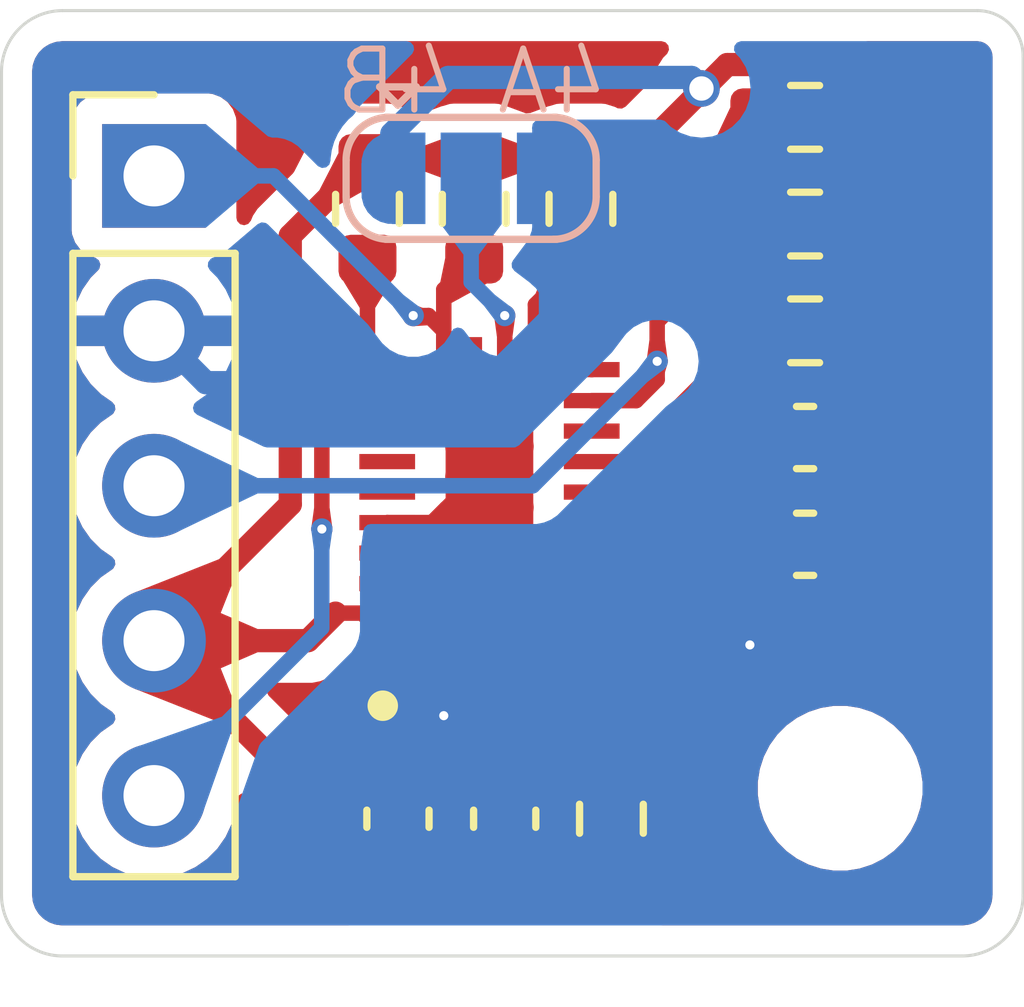
<source format=kicad_pcb>
(kicad_pcb (version 20240108) (generator "pcbnew") (generator_version "8.0")
  (layers (0 "F.Cu" signal) (31 "B.Cu" signal) (34 "B.Paste" user) (35 "F.Paste" user) (36 "B.SilkS" user "B.Silkscreen") (37 "F.SilkS" user "F.Silkscreen") (38 "B.Mask" user) (39 "F.Mask" user) (44 "Edge.Cuts" user))
  (net 0 "")
  (net 1 "GND")
  (net 2 "BNO_SCL")
  (net 3 "BNO_SDA")
  (net 4 "+3.3V")
  (net 5 "BNO_INT2")
  (net 6 "Net-(JP1-C)")
  (net 7 "Net-(U1-CAP)")
  (net 8 "Net-(U1-BOOTN)")
  (net 9 "Net-(U1-NRST)")
  (net 10 "Net-(U1-ENV_SCL)")
  (net 11 "Net-(U1-ENV_SDA)")
  (footprint "Resistor_SMD:R_0603_1608Metric" (layer "F.Cu") (at 101.15 97.6 -90)
    (property "Reference" "R4" (hide yes))
    (property "Value" "2.2k")
    (fp_line (start -0.237258 0.5225) (end 0.237258 0.5225) (stroke (width 0.12)) (layer "F.SilkS"))
    (fp_line (start -0.237258 -0.5225) (end 0.237258 -0.5225) (stroke (width 0.12)) (layer "F.SilkS"))
    (pad "1" smd roundrect (at -0.825 0 270) (size 0.8 0.95) (layers "F.Cu" "F.Paste" "F.Mask") (net 4 "+3.3V"))
    (pad "2" smd roundrect (at 0.825 0 270) (size 0.8 0.95) (layers "F.Cu" "F.Paste" "F.Mask") (net 2 "BNO_SCL"))
  )
  (footprint "Resistor_SMD:R_0603_1608Metric" (layer "F.Cu") (at 106.575 99.6)
    (property "Reference" "R2" (hide yes))
    (property "Value" "10k" (hide yes))
    (fp_line (start -0.237258 -0.5225) (end 0.237258 -0.5225) (stroke (width 0.12)) (layer "F.SilkS"))
    (fp_line (start -0.237258 0.5225) (end 0.237258 0.5225) (stroke (width 0.12)) (layer "F.SilkS"))
    (pad "1" smd roundrect (at -0.825 0) (size 0.8 0.95) (layers "F.Cu" "F.Paste" "F.Mask") (net 9 "Net-(U1-NRST)"))
    (pad "2" smd roundrect (at 0.825 0) (size 0.8 0.95) (layers "F.Cu" "F.Paste" "F.Mask") (net 4 "+3.3V"))
  )
  (footprint "Connector_PinHeader_2.54mm:PinHeader_1x05_P2.54mm_Vertical" (layer "F.Cu") (at 95.9 97.06)
    (property "Reference" "J1" (hide yes))
    (property "Value" "Conn_01x05" (hide yes))
    (fp_line (start -1.33 -1.33) (end 0 -1.33) (stroke (width 0.12)) (layer "F.SilkS"))
    (fp_line (start -1.33 0) (end -1.33 -1.33) (stroke (width 0.12)) (layer "F.SilkS"))
    (fp_line (start -1.33 1.27) (end -1.33 11.49) (stroke (width 0.12)) (layer "F.SilkS"))
    (fp_line (start -1.33 1.27) (end 1.33 1.27) (stroke (width 0.12)) (layer "F.SilkS"))
    (fp_line (start -1.33 11.49) (end 1.33 11.49) (stroke (width 0.12)) (layer "F.SilkS"))
    (fp_line (start 1.33 1.27) (end 1.33 11.49) (stroke (width 0.12)) (layer "F.SilkS"))
    (pad "1" thru_hole rect (at 0 0) (size 1.7 1.7) (drill 1) (layers "*.Cu" "*.Mask") (net 2 "BNO_SCL"))
    (pad "2" thru_hole oval (at 0 2.54) (size 1.7 1.7) (drill 1) (layers "*.Cu" "*.Mask") (net 1 "GND"))
    (pad "3" thru_hole oval (at 0 5.08) (size 1.7 1.7) (drill 1) (layers "*.Cu" "*.Mask") (net 5 "BNO_INT2"))
    (pad "4" thru_hole oval (at 0 7.62) (size 1.7 1.7) (drill 1) (layers "*.Cu" "*.Mask") (net 4 "+3.3V"))
    (pad "5" thru_hole oval (at 0 10.16) (size 1.7 1.7) (drill 1) (layers "*.Cu" "*.Mask") (net 3 "BNO_SDA"))
  )
  (footprint "Resistor_SMD:R_0603_1608Metric" (layer "F.Cu") (at 106.575 97.85 180)
    (property "Reference" "R5" (hide yes))
    (property "Value" "10k" (hide yes))
    (fp_line (start -0.237258 0.5225) (end 0.237258 0.5225) (stroke (width 0.12)) (layer "F.SilkS"))
    (fp_line (start -0.237258 -0.5225) (end 0.237258 -0.5225) (stroke (width 0.12)) (layer "F.SilkS"))
    (pad "1" smd roundrect (at -0.825 0 180) (size 0.8 0.95) (layers "F.Cu" "F.Paste" "F.Mask") (net 4 "+3.3V"))
    (pad "2" smd roundrect (at 0.825 0 180) (size 0.8 0.95) (layers "F.Cu" "F.Paste" "F.Mask") (net 5 "BNO_INT2"))
  )
  (footprint "Resistor_SMD:R_0603_1608Metric" (layer "F.Cu") (at 106.575 96.1)
    (property "Reference" "R6" (hide yes))
    (property "Value" "2.2k" (hide yes))
    (fp_line (start -0.237258 -0.5225) (end 0.237258 -0.5225) (stroke (width 0.12)) (layer "F.SilkS"))
    (fp_line (start -0.237258 0.5225) (end 0.237258 0.5225) (stroke (width 0.12)) (layer "F.SilkS"))
    (pad "1" smd roundrect (at -0.825 0) (size 0.8 0.95) (layers "F.Cu" "F.Paste" "F.Mask") (net 10 "Net-(U1-ENV_SCL)"))
    (pad "2" smd roundrect (at 0.825 0) (size 0.8 0.95) (layers "F.Cu" "F.Paste" "F.Mask") (net 4 "+3.3V"))
  )
  (footprint "Capacitor_SMD:C_0603_1608Metric" (layer "F.Cu") (at 106.575 101.35 180)
    (property "Reference" "C1" (hide yes))
    (property "Value" "0.1uF" (hide yes))
    (fp_line (start -0.14058 0.51) (end 0.14058 0.51) (stroke (width 0.12)) (layer "F.SilkS"))
    (fp_line (start -0.14058 -0.51) (end 0.14058 -0.51) (stroke (width 0.12)) (layer "F.SilkS"))
    (pad "1" smd roundrect (at -0.775 0 180) (size 0.9 0.95) (layers "F.Cu" "F.Paste" "F.Mask") (net 1 "GND"))
    (pad "2" smd roundrect (at 0.775 0 180) (size 0.9 0.95) (layers "F.Cu" "F.Paste" "F.Mask") (net 4 "+3.3V"))
  )
  (footprint "Resistor_SMD:R_0603_1608Metric" (layer "F.Cu") (at 99.4 97.6 -90)
    (property "Reference" "R3" (hide yes))
    (property "Value" "2.2k")
    (fp_line (start -0.237258 0.5225) (end 0.237258 0.5225) (stroke (width 0.12)) (layer "F.SilkS"))
    (fp_line (start -0.237258 -0.5225) (end 0.237258 -0.5225) (stroke (width 0.12)) (layer "F.SilkS"))
    (pad "1" smd roundrect (at -0.825 0 270) (size 0.8 0.95) (layers "F.Cu" "F.Paste" "F.Mask") (net 4 "+3.3V"))
    (pad "2" smd roundrect (at 0.825 0 270) (size 0.8 0.95) (layers "F.Cu" "F.Paste" "F.Mask") (net 3 "BNO_SDA"))
  )
  (footprint "Resistor_SMD:R_0603_1608Metric" (layer "F.Cu") (at 102.9 97.6 90)
    (property "Reference" "R7" (hide yes))
    (property "Value" "2.2k")
    (fp_line (start -0.237258 -0.5225) (end 0.237258 -0.5225) (stroke (width 0.12)) (layer "F.SilkS"))
    (fp_line (start -0.237258 0.5225) (end 0.237258 0.5225) (stroke (width 0.12)) (layer "F.SilkS"))
    (pad "1" smd roundrect (at -0.825 0 90) (size 0.8 0.95) (layers "F.Cu" "F.Paste" "F.Mask") (net 11 "Net-(U1-ENV_SDA)"))
    (pad "2" smd roundrect (at 0.825 0 90) (size 0.8 0.95) (layers "F.Cu" "F.Paste" "F.Mask") (net 4 "+3.3V"))
  )
  (footprint "BNO_BreakOut:updatedBNO" (layer "F.Cu") (at 99.9268 103.894)
    (property "Reference" "U1" (hide yes))
    (property "Value" "BNO085" (hide yes))
    (fp_circle (center -0.27587 1.853) (end -0.27587 1.728) (stroke (width 0.25)) (fill none) (layer "F.SilkS"))
    (pad "1" smd rect (at -0.2032 0.8504 90) (size 0.25 0.9144) (layers "F.Cu" "F.Paste" "F.Mask"))
    (pad "2" smd rect (at 0.72413 1.0414 180) (size 0.25 0.8128) (layers "F.Cu" "F.Paste" "F.Mask") (net 1 "GND"))
    (pad "3" smd rect (at 1.2272 1.0414 180) (size 0.25 0.8128) (layers "F.Cu" "F.Paste" "F.Mask") (net 4 "+3.3V"))
    (pad "4" smd rect (at 1.7272 1.0414 180) (size 0.25 0.8128) (layers "F.Cu" "F.Paste" "F.Mask") (net 8 "Net-(U1-BOOTN)"))
    (pad "5" smd rect (at 2.22719 1.0414 180) (size 0.25 0.8128) (layers "F.Cu" "F.Paste" "F.Mask") (net 1 "GND"))
    (pad "6" smd rect (at 3.1496 0.8504 270) (size 0.25 0.9144) (layers "F.Cu" "F.Paste" "F.Mask") (net 1 "GND"))
    (pad "7" smd rect (at 3.1496 0.3504 270) (size 0.25 0.9144) (layers "F.Cu" "F.Paste" "F.Mask"))
    (pad "8" smd rect (at 3.1496 -0.1496 270) (size 0.25 0.9144) (layers "F.Cu" "F.Paste" "F.Mask"))
    (pad "9" smd rect (at 3.1496 -0.6496 270) (size 0.25 0.9144) (layers "F.Cu" "F.Paste" "F.Mask") (net 7 "Net-(U1-CAP)"))
    (pad "10" smd rect (at 3.1496 -1.1496 270) (size 0.25 0.9144) (layers "F.Cu" "F.Paste" "F.Mask") (net 4 "+3.3V"))
    (pad "11" smd rect (at 3.1496 -1.6496 270) (size 0.25 0.9144) (layers "F.Cu" "F.Paste" "F.Mask") (net 9 "Net-(U1-NRST)"))
    (pad "12" smd rect (at 3.1496 -2.1496 270) (size 0.25 0.9144) (layers "F.Cu" "F.Paste" "F.Mask"))
    (pad "13" smd rect (at 3.1496 -2.6496 270) (size 0.25 0.9144) (layers "F.Cu" "F.Paste" "F.Mask"))
    (pad "14" smd rect (at 3.1496 -3.1496 270) (size 0.25 0.9144) (layers "F.Cu" "F.Paste" "F.Mask") (net 5 "BNO_INT2"))
    (pad "15" smd rect (at 3.1496 -3.6576 270) (size 0.25 0.9144) (layers "F.Cu" "F.Paste" "F.Mask") (net 10 "Net-(U1-ENV_SCL)"))
    (pad "16" smd rect (at 2.2272 -3.7846) (size 0.25 0.8128) (layers "F.Cu" "F.Paste" "F.Mask") (net 11 "Net-(U1-ENV_SDA)"))
    (pad "17" smd rect (at 1.7272 -3.7846) (size 0.25 0.8128) (layers "F.Cu" "F.Paste" "F.Mask") (net 6 "Net-(JP1-C)"))
    (pad "18" smd rect (at 1.2272 -3.7846) (size 0.25 0.8128) (layers "F.Cu" "F.Paste" "F.Mask") (net 1 "GND"))
    (pad "19" smd rect (at 0.72413 -3.7846) (size 0.25 0.8128) (layers "F.Cu" "F.Paste" "F.Mask") (net 2 "BNO_SCL"))
    (pad "20" smd rect (at -0.2032 -3.6576 90) (size 0.25 0.9144) (layers "F.Cu" "F.Paste" "F.Mask") (net 3 "BNO_SDA"))
    (pad "21" smd rect (at -0.2032 -3.1496 90) (size 0.25 0.9144) (layers "F.Cu" "F.Paste" "F.Mask"))
    (pad "22" smd rect (at -0.2032 -2.6496 90) (size 0.25 0.9144) (layers "F.Cu" "F.Paste" "F.Mask"))
    (pad "23" smd rect (at -0.2032 -2.1496 90) (size 0.25 0.9144) (layers "F.Cu" "F.Paste" "F.Mask"))
    (pad "24" smd rect (at -0.2032 -1.6496 90) (size 0.25 0.9144) (layers "F.Cu" "F.Paste" "F.Mask"))
    (pad "25" smd rect (at -0.2032 -1.1496 90) (size 0.25 0.9144) (layers "F.Cu" "F.Paste" "F.Mask") (net 1 "GND"))
    (pad "26" smd rect (at -0.2032 -0.6496 90) (size 0.25 0.9144) (layers "F.Cu" "F.Paste" "F.Mask") (net 1 "GND"))
    (pad "27" smd rect (at -0.2032 -0.1496 90) (size 0.25 0.9144) (layers "F.Cu" "F.Paste" "F.Mask"))
    (pad "28" smd rect (at -0.2032 0.3504 90) (size 0.25 0.9144) (layers "F.Cu" "F.Paste" "F.Mask") (net 4 "+3.3V"))
  )
  (footprint "Capacitor_SMD:C_0603_1608Metric" (layer "F.Cu") (at 99.9 107.6 -90)
    (property "Reference" "C2" (hide yes))
    (property "Value" "0.1uF" (hide yes))
    (fp_line (start -0.14058 0.51) (end 0.14058 0.51) (stroke (width 0.12)) (layer "F.SilkS"))
    (fp_line (start -0.14058 -0.51) (end 0.14058 -0.51) (stroke (width 0.12)) (layer "F.SilkS"))
    (pad "1" smd roundrect (at -0.775 0 270) (size 0.9 0.95) (layers "F.Cu" "F.Paste" "F.Mask") (net 1 "GND"))
    (pad "2" smd roundrect (at 0.775 0 270) (size 0.9 0.95) (layers "F.Cu" "F.Paste" "F.Mask") (net 4 "+3.3V"))
  )
  (footprint "Capacitor_SMD:C_0603_1608Metric" (layer "F.Cu") (at 106.575 103.1 180)
    (property "Reference" "C4" (hide yes))
    (property "Value" "0.1uF" (hide yes))
    (fp_line (start -0.14058 0.51) (end 0.14058 0.51) (stroke (width 0.12)) (layer "F.SilkS"))
    (fp_line (start -0.14058 -0.51) (end 0.14058 -0.51) (stroke (width 0.12)) (layer "F.SilkS"))
    (pad "1" smd roundrect (at -0.775 0 180) (size 0.9 0.95) (layers "F.Cu" "F.Paste" "F.Mask") (net 1 "GND"))
    (pad "2" smd roundrect (at 0.775 0 180) (size 0.9 0.95) (layers "F.Cu" "F.Paste" "F.Mask") (net 7 "Net-(U1-CAP)"))
  )
  (footprint "MountingHole:MountingHole_2.2mm_M2" (layer "F.Cu") (at 107.15 107.1)
    (property "Reference" "REF**" (hide yes))
    (property "Value" "MountingHole_2.2mm_M2" (hide yes))
    (pad "" np_thru_hole circle (at 0 0) (size 2.2 2.2) (drill 2.2) (layers "*.Cu" "*.Mask"))
  )
  (footprint "Resistor_SMD:R_0603_1608Metric" (layer "F.Cu") (at 103.4 107.6 90)
    (property "Reference" "R1" (hide yes))
    (property "Value" "10k" (hide yes))
    (fp_line (start -0.237258 -0.5225) (end 0.237258 -0.5225) (stroke (width 0.12)) (layer "F.SilkS"))
    (fp_line (start -0.237258 0.5225) (end 0.237258 0.5225) (stroke (width 0.12)) (layer "F.SilkS"))
    (pad "1" smd roundrect (at -0.825 0 90) (size 0.8 0.95) (layers "F.Cu" "F.Paste" "F.Mask") (net 4 "+3.3V"))
    (pad "2" smd roundrect (at 0.825 0 90) (size 0.8 0.95) (layers "F.Cu" "F.Paste" "F.Mask") (net 8 "Net-(U1-BOOTN)"))
  )
  (footprint "Capacitor_SMD:C_0603_1608Metric" (layer "F.Cu") (at 101.65 107.6 90)
    (property "Reference" "C3" (hide yes))
    (property "Value" "0.1uF" (hide yes))
    (fp_line (start -0.14058 -0.51) (end 0.14058 -0.51) (stroke (width 0.12)) (layer "F.SilkS"))
    (fp_line (start -0.14058 0.51) (end 0.14058 0.51) (stroke (width 0.12)) (layer "F.SilkS"))
    (pad "1" smd roundrect (at -0.775 0 90) (size 0.9 0.95) (layers "F.Cu" "F.Paste" "F.Mask") (net 4 "+3.3V"))
    (pad "2" smd roundrect (at 0.775 0 90) (size 0.9 0.95) (layers "F.Cu" "F.Paste" "F.Mask") (net 1 "GND"))
  )
  (footprint "Jumper:SolderJumper-3_P1.3mm_Open_RoundedPad1.0x1.5mm" (layer "B.Cu") (at 101.1 97.1)
    (property "Reference" "JP1" (hide yes))
    (property "Value" "Jumper_3_Open")
    (fp_line (start -2.05 0.3) (end -2.05 -0.3) (stroke (width 0.12)) (layer "B.SilkS"))
    (fp_line (start -1.5 -1.5) (end -1.2 -1.2) (stroke (width 0.12)) (layer "B.SilkS"))
    (fp_line (start -1.4 -1) (end 1.4 -1) (stroke (width 0.12)) (layer "B.SilkS"))
    (fp_line (start -0.9 -1.5) (end -1.5 -1.5) (stroke (width 0.12)) (layer "B.SilkS"))
    (fp_line (start -0.9 -1.5) (end -1.2 -1.2) (stroke (width 0.12)) (layer "B.SilkS"))
    (fp_line (start 1.4 1) (end -1.4 1) (stroke (width 0.12)) (layer "B.SilkS"))
    (fp_line (start 2.05 -0.3) (end 2.05 0.3) (stroke (width 0.12)) (layer "B.SilkS"))
    (fp_arc (start -2.05 -0.3) (mid -1.844975 -0.794975) (end -1.35 -1) (stroke (width 0.12)) (layer "B.SilkS"))
    (fp_arc (start -1.35 1) (mid -1.844975 0.794975) (end -2.05 0.3) (stroke (width 0.12)) (layer "B.SilkS"))
    (fp_arc (start 1.35 -1) (mid 1.844975 -0.794975) (end 2.05 -0.3) (stroke (width 0.12)) (layer "B.SilkS"))
    (fp_arc (start 2.05 0.3) (mid 1.844975 0.794975) (end 1.35 1) (stroke (width 0.12)) (layer "B.SilkS"))
    (pad "1" smd custom (at -1.3 0) (size 1 0.5) (layers "B.Cu" "B.Mask") (net 4 "+3.3V") (options (clearance outline) (anchor rect)) (primitives (gr_circle (center 0 -0.25) (end 0.5 -0.25) (width 0) (fill yes)) (gr_circle (center 0 0.25) (end 0.5 0.25) (width 0) (fill yes)) (gr_poly (pts (xy 0.55 -0.75) (xy 0 -0.75) (xy 0 0.75) (xy 0.55 0.75)) (width 0) (fill yes))))
    (pad "2" smd rect (at 0 0) (size 1 1.5) (layers "B.Cu" "B.Mask") (net 6 "Net-(JP1-C)"))
    (pad "3" smd custom (at 1.3 0) (size 1 0.5) (layers "B.Cu" "B.Mask") (net 1 "GND") (options (clearance outline) (anchor rect)) (primitives (gr_circle (center 0 -0.25) (end 0.5 -0.25) (width 0) (fill yes)) (gr_circle (center 0 0.25) (end 0.5 0.25) (width 0) (fill yes)) (gr_poly (pts (xy 0 -0.75) (xy -0.55 -0.75) (xy -0.55 0.75) (xy 0 0.75)) (width 0) (fill yes))))
  )
  (gr_arc (start 93.4 95.35) (mid 93.692893 94.642893) (end 94.4 94.35) (stroke (width 0.05)) (layer "Edge.Cuts"))
  (gr_arc (start 94.4 109.85) (mid 93.692893 109.557107) (end 93.4 108.85) (stroke (width 0.05)) (layer "Edge.Cuts"))
  (gr_line (start 109.4 94.35) (end 94.4 94.35) (stroke (width 0.05)) (layer "Edge.Cuts"))
  (gr_line (start 93.4 95.35) (end 93.4 108.85) (stroke (width 0.05)) (layer "Edge.Cuts"))
  (gr_arc (start 110.15 108.85) (mid 109.857107 109.557107) (end 109.15 109.85) (stroke (width 0.05)) (layer "Edge.Cuts"))
  (gr_arc (start 109.4 94.35) (mid 109.93033 94.56967) (end 110.15 95.1) (stroke (width 0.05)) (layer "Edge.Cuts"))
  (gr_line (start 110.15 108.85) (end 110.15 95.1) (stroke (width 0.05)) (layer "Edge.Cuts"))
  (gr_line (start 94.4 109.85) (end 109.15 109.85) (stroke (width 0.05)) (layer "Edge.Cuts"))
  (gr_text "4B" (at 100.9 96.1 0) (layer "B.SilkS") (effects (font (size 1 1) (thickness 0.1)) (justify left bottom mirror)))
  (gr_text "4A" (at 103.4 96.1 0) (layer "B.SilkS") (effects (font (size 1 1) (thickness 0.1)) (justify left bottom mirror)))
  (segment (start 99.7236 102.7444) (end 100.4598 102.7444) (width 0.254) (layer "F.Cu") (net 1))
  (segment (start 100.65093 104.9354) (end 100.65093 105.91) (width 0.254) (layer "F.Cu") (net 1))
  (segment (start 102.15399 104.24999) (end 102.15399 104.9354) (width 0.254) (layer "F.Cu") (net 1))
  (segment (start 102.8854 104.9354) (end 103.0764 104.7444) (width 0.254) (layer "F.Cu") (net 1))
  (segment (start 100.65093 106.07407) (end 99.9 106.825) (width 0.254) (layer "F.Cu") (net 1))
  (segment (start 99.7236 103.2444) (end 99.7236 102.7444) (width 0.254) (layer "F.Cu") (net 1))
  (segment (start 100.4598 102.7444) (end 100.6921 102.5121) (width 0.254) (layer "F.Cu") (net 1))
  (segment (start 99.7236 103.2444) (end 99.9598 103.2444) (width 0.254) (layer "F.Cu") (net 1))
  (segment (start 100.89907 106.07407) (end 101.65 106.825) (width 0.254) (layer "F.Cu") (net 1))
  (segment (start 100.6921 102.5121) (end 101.154 102.0502) (width 0.254) (layer "F.Cu") (net 1))
  (segment (start 101.154 102.0502) (end 101.154 103.25) (width 0.254) (layer "F.Cu") (net 1))
  (segment (start 102.15399 104.9354) (end 102.8854 104.9354) (width 0.254) (layer "F.Cu") (net 1))
  (segment (start 107.35 103.1) (end 107.35 101.35) (width 0.254) (layer "F.Cu") (net 1))
  (segment (start 101.154 102.0502) (end 101.154 100.1094) (width 0.254) (layer "F.Cu") (net 1))
  (segment (start 103.0764 104.7444) (end 105.7056 104.7444) (width 0.254) (layer "F.Cu") (net 1))
  (segment (start 100.65093 106.07407) (end 100.89907 106.07407) (width 0.254) (layer "F.Cu") (net 1))
  (segment (start 101.154 103.25) (end 102.15399 104.24999) (width 0.254) (layer "F.Cu") (net 1))
  (segment (start 105.7056 104.7444) (end 107.35 103.1) (width 0.254) (layer "F.Cu") (net 1))
  (segment (start 99.9598 103.2444) (end 100.6921 102.5121) (width 0.254) (layer "F.Cu") (net 1))
  (segment (start 100.65093 105.91) (end 100.65093 106.07407) (width 0.254) (layer "F.Cu") (net 1))
  (via (at 100.65093 105.91) (size 0.35) (drill 0.15) (layers "F.Cu" "B.Cu") (net 1))
  (via (at 105.67 104.75) (size 0.35) (drill 0.15) (layers "F.Cu" "B.Cu") (net 1))
  (segment (start 102.4 99.399738) (end 101.349738 100.45) (width 0.381) (layer "B.Cu") (net 1))
  (segment (start 100.65093 105.91) (end 104.51 105.91) (width 0.254) (layer "B.Cu") (net 1))
  (segment (start 104.51 105.91) (end 105.67 104.75) (width 0.254) (layer "B.Cu") (net 1))
  (segment (start 102.4 97.1) (end 102.4 99.399738) (width 0.381) (layer "B.Cu") (net 1))
  (segment (start 101.349738 100.45) (end 96.75 100.45) (width 0.381) (layer "B.Cu") (net 1))
  (segment (start 96.75 100.45) (end 95.9 99.6) (width 0.381) (layer "B.Cu") (net 1))
  (segment (start 100.40093 99.35) (end 100.65093 99.6) (width 0.254) (layer "F.Cu") (net 2))
  (segment (start 100.65093 98.92407) (end 100.65093 99.6) (width 0.254) (layer "F.Cu") (net 2))
  (segment (start 100.15 99.35) (end 100.40093 99.35) (width 0.254) (layer "F.Cu") (net 2))
  (segment (start 101.15 98.425) (end 100.65093 98.92407) (width 0.254) (layer "F.Cu") (net 2))
  (segment (start 100.65093 99.6) (end 100.65093 100.1094) (width 0.254) (layer "F.Cu") (net 2))
  (via (at 100.15 99.35) (size 0.35) (drill 0.15) (layers "F.Cu" "B.Cu") (net 2))
  (segment (start 97.86 97.06) (end 100.15 99.35) (width 0.254) (layer "B.Cu") (net 2))
  (segment (start 95.9 97.06) (end 97.86 97.06) (width 0.254) (layer "B.Cu") (net 2))
  (segment (start 98.9954 100.2364) (end 99.7236 100.2364) (width 0.254) (layer "F.Cu") (net 3))
  (segment (start 98.652 100.5798) (end 98.9954 100.2364) (width 0.254) (layer "F.Cu") (net 3))
  (segment (start 99.4 99.9128) (end 99.7236 100.2364) (width 0.254) (layer "F.Cu") (net 3))
  (segment (start 98.652 102.85) (end 98.652 100.5798) (width 0.254) (layer "F.Cu") (net 3))
  (segment (start 99.4 98.425) (end 99.4 99.9128) (width 0.254) (layer "F.Cu") (net 3))
  (via (at 98.652 102.85) (size 0.35) (drill 0.15) (layers "F.Cu" "B.Cu") (net 3))
  (segment (start 98.65 102.85) (end 98.652 102.85) (width 0.254) (layer "B.Cu") (net 3))
  (segment (start 95.9 107.22) (end 98.65 104.47) (width 0.254) (layer "B.Cu") (net 3))
  (segment (start 98.65 104.47) (end 98.65 102.85) (width 0.254) (layer "B.Cu") (net 3))
  (segment (start 99.7236 104.2444) (end 99.766 104.202) (width 0.254) (layer "F.Cu") (net 4))
  (segment (start 98.1345 102.4455) (end 98.1345 98.0405) (width 0.381) (layer "F.Cu") (net 4))
  (segment (start 106.5345 95.2345) (end 107.4 96.1) (width 0.381) (layer "F.Cu") (net 4))
  (segment (start 98.4248 104.68) (end 98.8759 104.2289) (width 0.381) (layer "F.Cu") (net 4))
  (segment (start 101.65 108.375) (end 103.35 108.375) (width 0.381) (layer "F.Cu") (net 4))
  (segment (start 102.9 96.775) (end 103.759364 96.775) (width 0.381) (layer "F.Cu") (net 4))
  (segment (start 98.8759 104.2289) (end 99.7081 104.2289) (width 0.254) (layer "F.Cu") (net 4))
  (segment (start 99.766 104.202) (end 101.10293 104.202) (width 0.254) (layer "F.Cu") (net 4))
  (segment (start 95.9 104.68) (end 98.4248 104.68) (width 0.381) (layer "F.Cu") (net 4))
  (segment (start 101.65 108.375) (end 99.9 108.375) (width 0.381) (layer "F.Cu") (net 4))
  (segment (start 107.4 99.75) (end 105.8 101.35) (width 0.381) (layer "F.Cu") (net 4))
  (segment (start 99.7236 104.2444) (end 100.0444 104.2444) (width 0.254) (layer "F.Cu") (net 4))
  (segment (start 99.7081 104.2289) (end 99.7236 104.2444) (width 0.254) (layer "F.Cu") (net 4))
  (segment (start 105.8 101.35) (end 105.8 101.2) (width 0.254) (layer "F.Cu") (net 4))
  (segment (start 98.1345 98.0405) (end 99.4 96.775) (width 0.381) (layer "F.Cu") (net 4))
  (segment (start 103.759364 96.775) (end 105.299864 95.2345) (width 0.381) (layer "F.Cu") (net 4))
  (segment (start 105.8 101.35) (end 104.4056 102.7444) (width 0.254) (layer "F.Cu") (net 4))
  (segment (start 101.15 96.775) (end 102.9 96.775) (width 0.381) (layer "F.Cu") (net 4))
  (segment (start 101.154 104.25307) (end 101.154 104.9354) (width 0.254) (layer "F.Cu") (net 4))
  (segment (start 107.4 96.1) (end 107.4 97.85) (width 0.381) (layer "F.Cu") (net 4))
  (segment (start 103.35 108.375) (end 103.4 108.425) (width 0.381) (layer "F.Cu") (net 4))
  (segment (start 105.299864 95.2345) (end 106.5345 95.2345) (width 0.381) (layer "F.Cu") (net 4))
  (segment (start 107.4 99.6) (end 107.4 97.85) (width 0.381) (layer "F.Cu") (net 4))
  (segment (start 95.9 104.68) (end 98.1345 102.4455) (width 0.381) (layer "F.Cu") (net 4))
  (segment (start 95.9 104.68) (end 99.595 108.375) (width 0.381) (layer "F.Cu") (net 4))
  (segment (start 107.4 99.6) (end 107.4 99.75) (width 0.381) (layer "F.Cu") (net 4))
  (segment (start 99.4 96.775) (end 101.15 96.775) (width 0.381) (layer "F.Cu") (net 4))
  (segment (start 99.595 108.375) (end 99.9 108.375) (width 0.381) (layer "F.Cu") (net 4))
  (segment (start 104.4056 102.7444) (end 103.0764 102.7444) (width 0.254) (layer "F.Cu") (net 4))
  (segment (start 101.10293 104.202) (end 101.154 104.25307) (width 0.254) (layer "F.Cu") (net 4))
  (via (at 104.876205 95.62701) (size 0.6) (drill 0.4) (layers "F.Cu" "B.Cu") (net 4))
  (segment (start 99.8 96.369) (end 100.723 95.446) (width 0.381) (layer "B.Cu") (net 4))
  (segment (start 104.714 95.446) (end 104.876205 95.608205) (width 0.381) (layer "B.Cu") (net 4))
  (segment (start 100.723 95.446) (end 104.714 95.446) (width 0.381) (layer "B.Cu") (net 4))
  (segment (start 104.876205 95.608205) (end 104.876205 95.62701) (width 0.381) (layer "B.Cu") (net 4))
  (segment (start 99.8 97.1) (end 99.8 96.369) (width 0.381) (layer "B.Cu") (net 4))
  (segment (start 103.8046 100.7444) (end 103.0764 100.7444) (width 0.254) (layer "F.Cu") (net 5))
  (segment (start 104.15 100.1) (end 104.15 100.399) (width 0.254) (layer "F.Cu") (net 5))
  (segment (start 105.75 97.85) (end 105.6444 97.7444) (width 0.254) (layer "F.Cu") (net 5))
  (segment (start 104.15 99.45) (end 105.75 97.85) (width 0.254) (layer "F.Cu") (net 5))
  (segment (start 96.23 102.14) (end 96.45 101.92) (width 0.254) (layer "F.Cu") (net 5))
  (segment (start 104.15 100.399) (end 103.8046 100.7444) (width 0.254) (layer "F.Cu") (net 5))
  (segment (start 104.15 100.1) (end 104.15 99.45) (width 0.254) (layer "F.Cu") (net 5))
  (via (at 104.15 100.1) (size 0.35) (drill 0.15) (layers "F.Cu" "B.Cu") (net 5))
  (segment (start 95.9 102.14) (end 102.11 102.14) (width 0.254) (layer "B.Cu") (net 5))
  (segment (start 102.11 102.14) (end 104.15 100.1) (width 0.254) (layer "B.Cu") (net 5))
  (segment (start 101.65 100.1054) (end 101.654 100.1094) (width 0.254) (layer "F.Cu") (net 6))
  (segment (start 101.65 99.35) (end 101.65 100.1054) (width 0.254) (layer "F.Cu") (net 6))
  (via (at 101.65 99.35) (size 0.35) (drill 0.15) (layers "F.Cu" "B.Cu") (net 6))
  (segment (start 101.1 98.8) (end 101.65 99.35) (width 0.254) (layer "B.Cu") (net 6))
  (segment (start 101.1 97.1) (end 101.1 98.8) (width 0.254) (layer "B.Cu") (net 6))
  (segment (start 103.0764 103.2444) (end 105.6556 103.2444) (width 0.254) (layer "F.Cu") (net 7))
  (segment (start 105.6556 103.2444) (end 105.8 103.1) (width 0.254) (layer "F.Cu") (net 7))
  (segment (start 103.4 106.775) (end 102.2938 105.6688) (width 0.254) (layer "F.Cu") (net 8))
  (segment (start 101.654 105.62081) (end 101.654 104.9354) (width 0.254) (layer "F.Cu") (net 8))
  (segment (start 101.70199 105.6688) (end 101.654 105.62081) (width 0.254) (layer "F.Cu") (net 8))
  (segment (start 102.2938 105.6688) (end 101.70199 105.6688) (width 0.254) (layer "F.Cu") (net 8))
  (segment (start 103.8606 102.1964) (end 103.8126 102.2444) (width 0.254) (layer "F.Cu") (net 9))
  (segment (start 103.8606 101.4894) (end 103.8606 102.1964) (width 0.254) (layer "F.Cu") (net 9))
  (segment (start 103.8126 102.2444) (end 103.0764 102.2444) (width 0.254) (layer "F.Cu") (net 9))
  (segment (start 105.75 99.6) (end 103.8606 101.4894) (width 0.254) (layer "F.Cu") (net 9))
  (segment (start 103.0764 100.2364) (end 103.0764 99.6736) (width 0.254) (layer "F.Cu") (net 10))
  (segment (start 103.0764 99.6736) (end 105.023 97.727) (width 0.254) (layer "F.Cu") (net 10))
  (segment (start 105.023 96.827) (end 105.75 96.1) (width 0.254) (layer "F.Cu") (net 10))
  (segment (start 105.023 97.727) (end 105.023 96.827) (width 0.254) (layer "F.Cu") (net 10))
  (segment (start 102.9 98.425) (end 102.154 99.171) (width 0.254) (layer "F.Cu") (net 11))
  (segment (start 102.154 99.171) (end 102.154 100.1094) (width 0.254) (layer "F.Cu") (net 11))
  (zone (net 1) (net_name "GND") (layers "F&B.Cu") (connect_pads thru_hole_only (clearance 0.5)) (min_thickness 0.25) (fill yes (thermal_gap 0.5) (thermal_bridge_width 0.5))
    (polygon (pts (xy 93.538 94.43) (xy 93.538 110.686) (xy 110.048 110.686) (xy 110.048 94.176)))
  )
)
</source>
